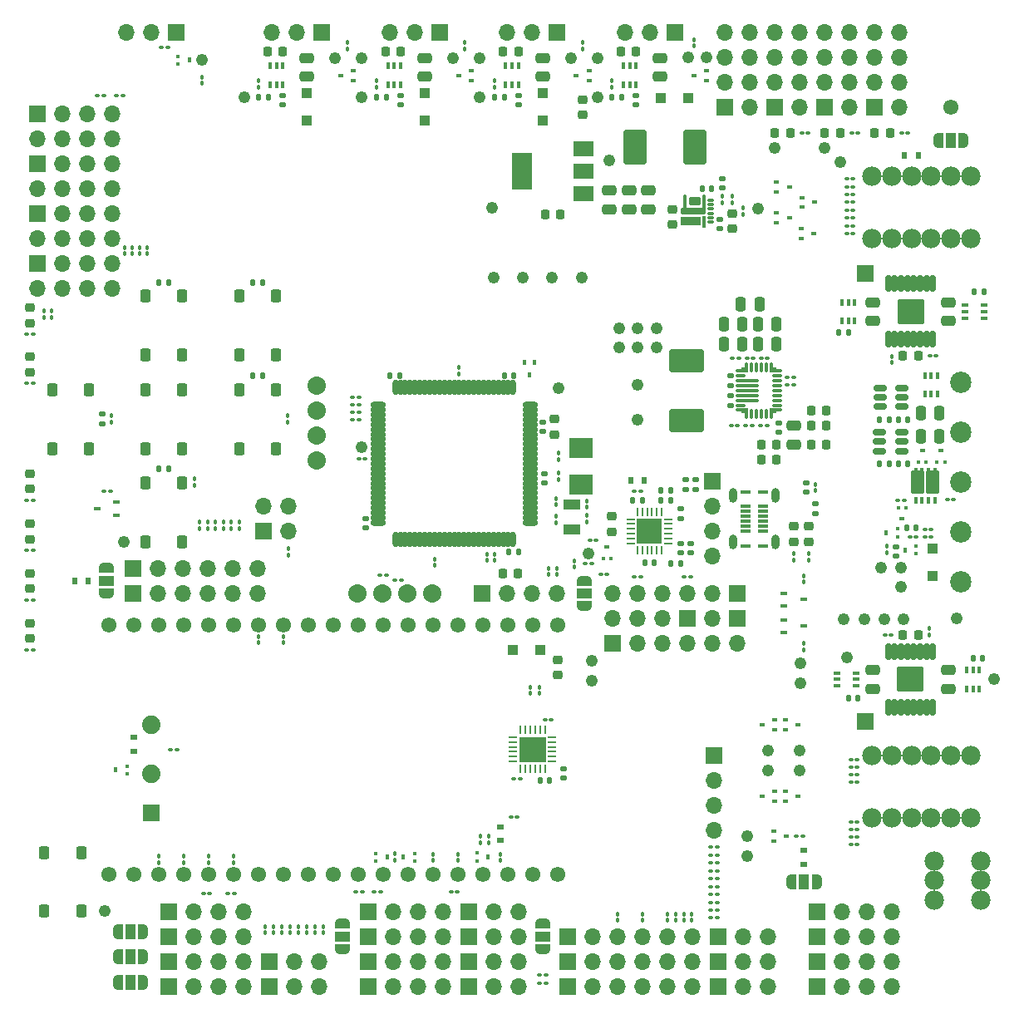
<source format=gts>
G04 #@! TF.GenerationSoftware,KiCad,Pcbnew,6.0.2+dfsg-1*
G04 #@! TF.CreationDate,2023-02-12T20:19:59+01:00*
G04 #@! TF.ProjectId,RBCX,52424358-2e6b-4696-9361-645f70636258,rev?*
G04 #@! TF.SameCoordinates,Original*
G04 #@! TF.FileFunction,Soldermask,Top*
G04 #@! TF.FilePolarity,Negative*
%FSLAX46Y46*%
G04 Gerber Fmt 4.6, Leading zero omitted, Abs format (unit mm)*
G04 Created by KiCad (PCBNEW 6.0.2+dfsg-1) date 2023-02-12 20:19:59*
%MOMM*%
%LPD*%
G01*
G04 APERTURE LIST*
G04 Aperture macros list*
%AMRoundRect*
0 Rectangle with rounded corners*
0 $1 Rounding radius*
0 $2 $3 $4 $5 $6 $7 $8 $9 X,Y pos of 4 corners*
0 Add a 4 corners polygon primitive as box body*
4,1,4,$2,$3,$4,$5,$6,$7,$8,$9,$2,$3,0*
0 Add four circle primitives for the rounded corners*
1,1,$1+$1,$2,$3*
1,1,$1+$1,$4,$5*
1,1,$1+$1,$6,$7*
1,1,$1+$1,$8,$9*
0 Add four rect primitives between the rounded corners*
20,1,$1+$1,$2,$3,$4,$5,0*
20,1,$1+$1,$4,$5,$6,$7,0*
20,1,$1+$1,$6,$7,$8,$9,0*
20,1,$1+$1,$8,$9,$2,$3,0*%
%AMFreePoly0*
4,1,22,0.550000,-0.750000,0.000000,-0.750000,0.000000,-0.745033,-0.079941,-0.743568,-0.215256,-0.701293,-0.333266,-0.622738,-0.424486,-0.514219,-0.481581,-0.384460,-0.499164,-0.250000,-0.500000,-0.250000,-0.500000,0.250000,-0.499164,0.250000,-0.499963,0.256109,-0.478152,0.396186,-0.417904,0.524511,-0.324060,0.630769,-0.204165,0.706417,-0.067858,0.745374,0.000000,0.744959,0.000000,0.750000,
0.550000,0.750000,0.550000,-0.750000,0.550000,-0.750000,$1*%
%AMFreePoly1*
4,1,20,0.000000,0.744959,0.073905,0.744508,0.209726,0.703889,0.328688,0.626782,0.421226,0.519385,0.479903,0.390333,0.500000,0.250000,0.500000,-0.250000,0.499851,-0.262216,0.476331,-0.402017,0.414519,-0.529596,0.319384,-0.634700,0.198574,-0.708877,0.061801,-0.746166,0.000000,-0.745033,0.000000,-0.750000,-0.550000,-0.750000,-0.550000,0.750000,0.000000,0.750000,0.000000,0.744959,
0.000000,0.744959,$1*%
G04 Aperture macros list end*
%ADD10RoundRect,0.135000X0.135000X0.185000X-0.135000X0.185000X-0.135000X-0.185000X0.135000X-0.185000X0*%
%ADD11RoundRect,0.250000X0.250000X0.475000X-0.250000X0.475000X-0.250000X-0.475000X0.250000X-0.475000X0*%
%ADD12R,0.510000X0.400000*%
%ADD13R,0.700000X0.450000*%
%ADD14RoundRect,0.225000X0.225000X0.250000X-0.225000X0.250000X-0.225000X-0.250000X0.225000X-0.250000X0*%
%ADD15C,1.240800*%
%ADD16RoundRect,0.100000X-0.130000X-0.100000X0.130000X-0.100000X0.130000X0.100000X-0.130000X0.100000X0*%
%ADD17RoundRect,0.100000X0.100000X-0.130000X0.100000X0.130000X-0.100000X0.130000X-0.100000X-0.130000X0*%
%ADD18RoundRect,0.135000X-0.135000X-0.185000X0.135000X-0.185000X0.135000X0.185000X-0.135000X0.185000X0*%
%ADD19RoundRect,0.008333X0.291667X-0.116667X0.291667X0.116667X-0.291667X0.116667X-0.291667X-0.116667X0*%
%ADD20RoundRect,0.008333X-0.291667X0.116667X-0.291667X-0.116667X0.291667X-0.116667X0.291667X0.116667X0*%
%ADD21RoundRect,0.007500X0.105000X-0.552500X0.105000X0.552500X-0.105000X0.552500X-0.105000X-0.552500X0*%
%ADD22RoundRect,0.029000X0.971000X-0.406000X0.971000X0.406000X-0.971000X0.406000X-0.971000X-0.406000X0*%
%ADD23RoundRect,0.007500X0.105000X-0.932500X0.105000X0.932500X-0.105000X0.932500X-0.105000X-0.932500X0*%
%ADD24RoundRect,0.018500X1.206500X-0.259000X1.206500X0.259000X-1.206500X0.259000X-1.206500X-0.259000X0*%
%ADD25RoundRect,0.008333X0.116667X-0.931667X0.116667X0.931667X-0.116667X0.931667X-0.116667X-0.931667X0*%
%ADD26RoundRect,0.025833X0.549167X-0.361667X0.549167X0.361667X-0.549167X0.361667X-0.549167X-0.361667X0*%
%ADD27RoundRect,0.100000X-0.100000X0.130000X-0.100000X-0.130000X0.100000X-0.130000X0.100000X0.130000X0*%
%ADD28RoundRect,0.100000X0.130000X0.100000X-0.130000X0.100000X-0.130000X-0.100000X0.130000X-0.100000X0*%
%ADD29RoundRect,0.140000X0.170000X-0.140000X0.170000X0.140000X-0.170000X0.140000X-0.170000X-0.140000X0*%
%ADD30R,0.450000X0.400000*%
%ADD31R,0.450000X0.500000*%
%ADD32RoundRect,0.140000X0.140000X0.170000X-0.140000X0.170000X-0.140000X-0.170000X0.140000X-0.170000X0*%
%ADD33RoundRect,0.140000X-0.140000X-0.170000X0.140000X-0.170000X0.140000X0.170000X-0.140000X0.170000X0*%
%ADD34RoundRect,0.135000X-0.185000X0.135000X-0.185000X-0.135000X0.185000X-0.135000X0.185000X0.135000X0*%
%ADD35RoundRect,0.227400X-0.300000X0.425000X-0.300000X-0.425000X0.300000X-0.425000X0.300000X0.425000X0*%
%ADD36RoundRect,0.135000X0.185000X-0.135000X0.185000X0.135000X-0.185000X0.135000X-0.185000X-0.135000X0*%
%ADD37RoundRect,0.031008X-0.168992X0.268992X-0.168992X-0.268992X0.168992X-0.268992X0.168992X0.268992X0*%
%ADD38RoundRect,0.050000X-0.595000X1.125000X-0.595000X-1.125000X0.595000X-1.125000X0.595000X1.125000X0*%
%ADD39RoundRect,0.225000X-0.250000X0.225000X-0.250000X-0.225000X0.250000X-0.225000X0.250000X0.225000X0*%
%ADD40R,0.400000X0.650000*%
%ADD41FreePoly0,0.000000*%
%ADD42R,1.000000X1.500000*%
%ADD43FreePoly1,0.000000*%
%ADD44RoundRect,0.250000X0.475000X-0.250000X0.475000X0.250000X-0.475000X0.250000X-0.475000X-0.250000X0*%
%ADD45RoundRect,0.140000X-0.170000X0.140000X-0.170000X-0.140000X0.170000X-0.140000X0.170000X0.140000X0*%
%ADD46RoundRect,0.250000X-0.250000X-0.475000X0.250000X-0.475000X0.250000X0.475000X-0.250000X0.475000X0*%
%ADD47RoundRect,0.218750X0.256250X-0.218750X0.256250X0.218750X-0.256250X0.218750X-0.256250X-0.218750X0*%
%ADD48R,0.650000X0.400000*%
%ADD49RoundRect,0.225000X-0.225000X-0.250000X0.225000X-0.250000X0.225000X0.250000X-0.225000X0.250000X0*%
%ADD50R,2.000000X1.500000*%
%ADD51R,2.000000X3.800000*%
%ADD52C,1.864800*%
%ADD53R,0.700000X0.600000*%
%ADD54R,0.400000X0.450000*%
%ADD55R,0.500000X0.450000*%
%ADD56RoundRect,0.062500X-0.350000X-0.062500X0.350000X-0.062500X0.350000X0.062500X-0.350000X0.062500X0*%
%ADD57RoundRect,0.062500X-0.062500X-0.350000X0.062500X-0.350000X0.062500X0.350000X-0.062500X0.350000X0*%
%ADD58R,2.600000X2.600000*%
%ADD59R,1.100000X1.100000*%
%ADD60RoundRect,0.218750X0.218750X0.256250X-0.218750X0.256250X-0.218750X-0.256250X0.218750X-0.256250X0*%
%ADD61R,1.800000X1.000000*%
%ADD62RoundRect,0.249900X-0.097500X0.587500X-0.097500X-0.587500X0.097500X-0.587500X0.097500X0.587500X0*%
%ADD63RoundRect,0.249900X0.097500X-0.587500X0.097500X0.587500X-0.097500X0.587500X-0.097500X-0.587500X0*%
%ADD64RoundRect,0.267900X1.114500X-1.039500X1.114500X1.039500X-1.114500X1.039500X-1.114500X-1.039500X0*%
%ADD65RoundRect,0.218750X-0.256250X0.218750X-0.256250X-0.218750X0.256250X-0.218750X0.256250X0.218750X0*%
%ADD66RoundRect,0.250000X-0.475000X0.250000X-0.475000X-0.250000X0.475000X-0.250000X0.475000X0.250000X0*%
%ADD67RoundRect,0.150000X0.512500X0.150000X-0.512500X0.150000X-0.512500X-0.150000X0.512500X-0.150000X0*%
%ADD68RoundRect,0.225000X0.250000X-0.225000X0.250000X0.225000X-0.250000X0.225000X-0.250000X-0.225000X0*%
%ADD69R,0.600000X0.700000*%
%ADD70R,1.700000X1.700000*%
%ADD71RoundRect,0.267900X-1.114500X1.039500X-1.114500X-1.039500X1.114500X-1.039500X1.114500X1.039500X0*%
%ADD72O,0.850000X1.500000*%
%ADD73RoundRect,0.010000X0.440000X0.140000X-0.440000X0.140000X-0.440000X-0.140000X0.440000X-0.140000X0*%
%ADD74FreePoly0,90.000000*%
%ADD75R,1.500000X1.000000*%
%ADD76FreePoly1,90.000000*%
%ADD77RoundRect,0.200000X-0.975000X-1.550000X0.975000X-1.550000X0.975000X1.550000X-0.975000X1.550000X0*%
%ADD78FreePoly0,180.000000*%
%ADD79FreePoly1,180.000000*%
%ADD80RoundRect,0.150000X-0.512500X-0.150000X0.512500X-0.150000X0.512500X0.150000X-0.512500X0.150000X0*%
%ADD81R,0.400000X0.510000*%
%ADD82FreePoly0,270.000000*%
%ADD83FreePoly1,270.000000*%
%ADD84C,1.552800*%
%ADD85RoundRect,0.016404X0.433596X0.108596X-0.433596X0.108596X-0.433596X-0.108596X0.433596X-0.108596X0*%
%ADD86RoundRect,0.027887X-0.309613X-0.184613X0.309613X-0.184613X0.309613X0.184613X-0.309613X0.184613X0*%
%ADD87RoundRect,0.016404X-0.108596X0.433596X-0.108596X-0.433596X0.108596X-0.433596X0.108596X0.433596X0*%
%ADD88RoundRect,0.016404X1.133596X0.108596X-1.133596X0.108596X-1.133596X-0.108596X1.133596X-0.108596X0*%
%ADD89RoundRect,0.062500X-0.337500X-0.062500X0.337500X-0.062500X0.337500X0.062500X-0.337500X0.062500X0*%
%ADD90RoundRect,0.062500X-0.062500X-0.337500X0.062500X-0.337500X0.062500X0.337500X-0.062500X0.337500X0*%
%ADD91R,2.700000X2.600000*%
%ADD92RoundRect,0.200000X-1.550000X0.975000X-1.550000X-0.975000X1.550000X-0.975000X1.550000X0.975000X0*%
%ADD93RoundRect,0.231900X-0.520500X-0.070500X0.520500X-0.070500X0.520500X0.070500X-0.520500X0.070500X0*%
%ADD94RoundRect,0.231900X0.070500X-0.520500X0.070500X0.520500X-0.070500X0.520500X-0.070500X-0.520500X0*%
%ADD95RoundRect,0.231900X0.520500X0.070500X-0.520500X0.070500X-0.520500X-0.070500X0.520500X-0.070500X0*%
%ADD96RoundRect,0.231900X-0.070500X0.520500X-0.070500X-0.520500X0.070500X-0.520500X0.070500X0.520500X0*%
%ADD97RoundRect,0.227400X0.300000X-0.425000X0.300000X0.425000X-0.300000X0.425000X-0.300000X-0.425000X0*%
%ADD98R,2.400000X2.000000*%
%ADD99O,1.700000X1.700000*%
%ADD100C,1.981200*%
%ADD101C,2.167128*%
%ADD102C,1.889760*%
G04 APERTURE END LIST*
D10*
G04 #@! TO.C,C14*
X120485000Y-73450000D03*
X119465000Y-73450000D03*
G04 #@! TD*
D11*
G04 #@! TO.C,C70*
X172835000Y-77715000D03*
X170935000Y-77715000D03*
G04 #@! TD*
D12*
G04 #@! TO.C,D11*
X173755000Y-125300000D03*
X173755000Y-126300000D03*
X175045000Y-125800000D03*
G04 #@! TD*
D13*
G04 #@! TO.C,U3*
X105625000Y-97145000D03*
X105625000Y-95845000D03*
X103625000Y-96495000D03*
G04 #@! TD*
D14*
G04 #@! TO.C,C52*
X122550000Y-49900000D03*
X121000000Y-49900000D03*
G04 #@! TD*
D15*
G04 #@! TO.C,TP8*
X172685000Y-59785000D03*
G04 #@! TD*
D16*
G04 #@! TO.C,R130*
X166165000Y-133400000D03*
X166805000Y-133400000D03*
G04 #@! TD*
D17*
G04 #@! TO.C,R80*
X149640000Y-103220000D03*
X149640000Y-102580000D03*
G04 #@! TD*
D18*
G04 #@! TO.C,C55*
X132090000Y-54550000D03*
X133110000Y-54550000D03*
G04 #@! TD*
D19*
G04 #@! TO.C,U1*
X166100000Y-65075000D03*
X166100000Y-65525000D03*
X166100000Y-65975000D03*
X166100000Y-66425000D03*
D20*
X166100000Y-66875000D03*
D19*
X166100000Y-67325000D03*
D21*
X165437500Y-67290000D03*
D22*
X164100000Y-67165000D03*
D23*
X165437500Y-65490000D03*
D24*
X164325000Y-66152500D03*
D25*
X163500000Y-65490000D03*
D26*
X164500000Y-65187500D03*
G04 #@! TD*
D27*
G04 #@! TO.C,R22*
X161725000Y-137780000D03*
X161725000Y-138420000D03*
G04 #@! TD*
D28*
G04 #@! TO.C,R106*
X181070000Y-129965000D03*
X180430000Y-129965000D03*
G04 #@! TD*
D29*
G04 #@! TO.C,C46*
X146550000Y-55390000D03*
X146550000Y-54430000D03*
G04 #@! TD*
G04 #@! TO.C,C15*
X149180000Y-93885000D03*
X149180000Y-92925000D03*
G04 #@! TD*
D14*
G04 #@! TO.C,C56*
X134550000Y-49900000D03*
X133000000Y-49900000D03*
G04 #@! TD*
D16*
G04 #@! TO.C,R165*
X187940000Y-98580000D03*
X188580000Y-98580000D03*
G04 #@! TD*
D30*
G04 #@! TO.C,Q3*
X142330000Y-131595000D03*
X142330000Y-132395000D03*
D31*
X143480000Y-131995000D03*
G04 #@! TD*
D32*
G04 #@! TO.C,C23*
X149710000Y-124160000D03*
X148750000Y-124160000D03*
G04 #@! TD*
D33*
G04 #@! TO.C,C35*
X179190000Y-78540000D03*
X180150000Y-78540000D03*
G04 #@! TD*
D27*
G04 #@! TO.C,R171*
X184095000Y-100325000D03*
X184095000Y-100965000D03*
G04 #@! TD*
D28*
G04 #@! TO.C,R48*
X155580000Y-103195000D03*
X154940000Y-103195000D03*
G04 #@! TD*
D15*
G04 #@! TO.C,TP21*
X153000000Y-73000000D03*
G04 #@! TD*
D27*
G04 #@! TO.C,C27*
X150625000Y-92880000D03*
X150625000Y-93520000D03*
G04 #@! TD*
D34*
G04 #@! TO.C,R146*
X163565000Y-93565000D03*
X163565000Y-94585000D03*
G04 #@! TD*
D35*
G04 #@! TO.C,SW11*
X102004450Y-137521950D03*
X102004450Y-131521950D03*
X98254450Y-131521950D03*
X98254450Y-137521950D03*
G04 #@! TD*
D36*
G04 #@! TO.C,R155*
X176780000Y-97020000D03*
X176780000Y-96000000D03*
G04 #@! TD*
D12*
G04 #@! TO.C,D12*
X172645000Y-119000000D03*
X172645000Y-118000000D03*
X171355000Y-118500000D03*
G04 #@! TD*
D37*
G04 #@! TO.C,Q12*
X187025000Y-95625000D03*
X187675000Y-95625000D03*
X187675000Y-92675000D03*
X187025000Y-92675000D03*
D38*
X187230000Y-93800000D03*
D37*
X188325000Y-95625000D03*
X188975000Y-95625000D03*
X188975000Y-92675000D03*
X188325000Y-92675000D03*
D38*
X188770000Y-93800000D03*
G04 #@! TD*
D28*
G04 #@! TO.C,R94*
X180620000Y-66900000D03*
X179980000Y-66900000D03*
G04 #@! TD*
D39*
G04 #@! TO.C,C77*
X156080000Y-97285000D03*
X156080000Y-98835000D03*
G04 #@! TD*
D40*
G04 #@! TO.C,Q13*
X189250000Y-82950000D03*
X188600000Y-82950000D03*
X187950000Y-82950000D03*
X187950000Y-84850000D03*
X188600000Y-84850000D03*
X189250000Y-84850000D03*
G04 #@! TD*
D28*
G04 #@! TO.C,R13*
X97100000Y-83730000D03*
X96460000Y-83730000D03*
G04 #@! TD*
G04 #@! TO.C,R61*
X97100000Y-100733000D03*
X96460000Y-100733000D03*
G04 #@! TD*
G04 #@! TO.C,R76*
X153995000Y-102110000D03*
X153355000Y-102110000D03*
G04 #@! TD*
D29*
G04 #@! TO.C,R152*
X163100000Y-100980000D03*
X163100000Y-100020000D03*
G04 #@! TD*
D15*
G04 #@! TO.C,TP39*
X163870000Y-50570000D03*
G04 #@! TD*
D41*
G04 #@! TO.C,JP3*
X105725000Y-144790000D03*
D42*
X107025000Y-144790000D03*
D43*
X108325000Y-144790000D03*
G04 #@! TD*
D15*
G04 #@! TO.C,TP29*
X158715000Y-87465000D03*
G04 #@! TD*
D16*
G04 #@! TO.C,R100*
X180425000Y-122095000D03*
X181065000Y-122095000D03*
G04 #@! TD*
D28*
G04 #@! TO.C,R92*
X180620000Y-63700000D03*
X179980000Y-63700000D03*
G04 #@! TD*
G04 #@! TO.C,R41*
X110850000Y-49535000D03*
X110210000Y-49535000D03*
G04 #@! TD*
D27*
G04 #@! TO.C,R112*
X164400000Y-48715000D03*
X164400000Y-49355000D03*
G04 #@! TD*
D15*
G04 #@! TO.C,TP33*
X175195000Y-123135000D03*
G04 #@! TD*
D17*
G04 #@! TO.C,R9*
X168300000Y-65320000D03*
X168300000Y-64680000D03*
G04 #@! TD*
D15*
G04 #@! TO.C,TP32*
X175195000Y-121135000D03*
G04 #@! TD*
D17*
G04 #@! TO.C,R99*
X175595000Y-110875000D03*
X175595000Y-110235000D03*
G04 #@! TD*
D36*
G04 #@! TO.C,R145*
X164575000Y-94580000D03*
X164575000Y-93560000D03*
G04 #@! TD*
D28*
G04 #@! TO.C,R58*
X97100000Y-95650000D03*
X96460000Y-95650000D03*
G04 #@! TD*
G04 #@! TO.C,R101*
X181070000Y-124360000D03*
X180430000Y-124360000D03*
G04 #@! TD*
D27*
G04 #@! TO.C,R35*
X143500000Y-129880000D03*
X143500000Y-130520000D03*
G04 #@! TD*
D44*
G04 #@! TO.C,R96*
X190340000Y-77380000D03*
X190340000Y-75480000D03*
G04 #@! TD*
D28*
G04 #@! TO.C,R29*
X132520000Y-135500000D03*
X131880000Y-135500000D03*
G04 #@! TD*
D15*
G04 #@! TO.C,PWM2B*
X156806250Y-78163525D03*
G04 #@! TD*
D16*
G04 #@! TO.C,R88*
X179980000Y-62900000D03*
X180620000Y-62900000D03*
G04 #@! TD*
D28*
G04 #@! TO.C,R95*
X180620000Y-67700000D03*
X179980000Y-67700000D03*
G04 #@! TD*
D16*
G04 #@! TO.C,R131*
X166165000Y-132600000D03*
X166805000Y-132600000D03*
G04 #@! TD*
D33*
G04 #@! TO.C,C39*
X180200000Y-115810000D03*
X181160000Y-115810000D03*
G04 #@! TD*
D32*
G04 #@! TO.C,R161*
X184320000Y-87425000D03*
X183360000Y-87425000D03*
G04 #@! TD*
G04 #@! TO.C,C19*
X146105000Y-82940000D03*
X145145000Y-82940000D03*
G04 #@! TD*
D45*
G04 #@! TO.C,C67*
X168130000Y-82975000D03*
X168130000Y-83935000D03*
G04 #@! TD*
D15*
G04 #@! TO.C,TP44*
X118600000Y-54550000D03*
G04 #@! TD*
D46*
G04 #@! TO.C,C69*
X167465000Y-77720000D03*
X169365000Y-77720000D03*
G04 #@! TD*
D47*
G04 #@! TO.C,D43*
X176105000Y-99852000D03*
X176105000Y-98277000D03*
G04 #@! TD*
D34*
G04 #@! TO.C,C11*
X104150000Y-86865000D03*
X104150000Y-87885000D03*
G04 #@! TD*
D48*
G04 #@! TO.C,U6*
X193970000Y-77080000D03*
X193970000Y-76430000D03*
X193970000Y-75780000D03*
X192070000Y-75780000D03*
X192070000Y-76430000D03*
X192070000Y-77080000D03*
G04 #@! TD*
D49*
G04 #@! TO.C,C60*
X176365000Y-86515000D03*
X177915000Y-86515000D03*
G04 #@! TD*
D14*
G04 #@! TO.C,C48*
X146550000Y-49900000D03*
X145000000Y-49900000D03*
G04 #@! TD*
D30*
G04 #@! TO.C,Q11*
X187080000Y-101105000D03*
X187080000Y-100305000D03*
D31*
X185930000Y-100705000D03*
G04 #@! TD*
D50*
G04 #@! TO.C,U2*
X153215000Y-64430000D03*
D51*
X146915000Y-62130000D03*
D50*
X153215000Y-62130000D03*
X153215000Y-59830000D03*
G04 #@! TD*
D16*
G04 #@! TO.C,R102*
X180430000Y-130720000D03*
X181070000Y-130720000D03*
G04 #@! TD*
G04 #@! TO.C,R3*
X129670000Y-85910000D03*
X130310000Y-85910000D03*
G04 #@! TD*
D28*
G04 #@! TO.C,R148*
X169015000Y-81145000D03*
X168375000Y-81145000D03*
G04 #@! TD*
D15*
G04 #@! TO.C,IN4_A*
X183795000Y-107755000D03*
G04 #@! TD*
D35*
G04 #@! TO.C,SW9*
X121848200Y-74848200D03*
X121848200Y-80848200D03*
X118098200Y-80848200D03*
X118098200Y-74848200D03*
G04 #@! TD*
D18*
G04 #@! TO.C,C43*
X156090000Y-54550000D03*
X157110000Y-54550000D03*
G04 #@! TD*
D28*
G04 #@! TO.C,R42*
X166805000Y-137395000D03*
X166165000Y-137395000D03*
G04 #@! TD*
D45*
G04 #@! TO.C,C3*
X167350000Y-62870000D03*
X167350000Y-63830000D03*
G04 #@! TD*
D15*
G04 #@! TO.C,IN4A*
X175300000Y-112260000D03*
G04 #@! TD*
D27*
G04 #@! TO.C,R62*
X138015000Y-101640000D03*
X138015000Y-102280000D03*
G04 #@! TD*
D16*
G04 #@! TO.C,C38*
X183890000Y-109400000D03*
X184530000Y-109400000D03*
G04 #@! TD*
D17*
G04 #@! TO.C,R10*
X167350000Y-65320000D03*
X167350000Y-64680000D03*
G04 #@! TD*
D33*
G04 #@! TO.C,C83*
X183360000Y-91935000D03*
X184320000Y-91935000D03*
G04 #@! TD*
D52*
G04 #@! TO.C,IM2*
X137755000Y-105155000D03*
X135215000Y-105155000D03*
X132675000Y-105155000D03*
X130135000Y-105155000D03*
G04 #@! TD*
D27*
G04 #@! TO.C,R25*
X124985000Y-139080000D03*
X124985000Y-139720000D03*
G04 #@! TD*
G04 #@! TO.C,R119*
X132090000Y-52900000D03*
X132090000Y-53540000D03*
G04 #@! TD*
D53*
G04 #@! TO.C,D9*
X175650000Y-131307500D03*
X175650000Y-132707500D03*
G04 #@! TD*
D17*
G04 #@! TO.C,R170*
X150405000Y-96115000D03*
X150405000Y-95475000D03*
G04 #@! TD*
D54*
G04 #@! TO.C,Q9*
X187285000Y-91740000D03*
X188085000Y-91740000D03*
D55*
X187685000Y-90590000D03*
G04 #@! TD*
D15*
G04 #@! TO.C,TP40*
X165715000Y-50565000D03*
G04 #@! TD*
D54*
G04 #@! TO.C,Q7*
X186050000Y-96395000D03*
X185250000Y-96395000D03*
D55*
X185650000Y-97545000D03*
G04 #@! TD*
D27*
G04 #@! TO.C,R38*
X144710000Y-131690000D03*
X144710000Y-132330000D03*
G04 #@! TD*
D46*
G04 #@! TO.C,R150*
X169200000Y-75700000D03*
X171100000Y-75700000D03*
G04 #@! TD*
D29*
G04 #@! TO.C,C73*
X175905000Y-94805000D03*
X175905000Y-93845000D03*
G04 #@! TD*
D28*
G04 #@! TO.C,R104*
X181070000Y-122850000D03*
X180430000Y-122850000D03*
G04 #@! TD*
D27*
G04 #@! TO.C,R34*
X122430000Y-139080000D03*
X122430000Y-139720000D03*
G04 #@! TD*
G04 #@! TO.C,R27*
X126675000Y-139080000D03*
X126675000Y-139720000D03*
G04 #@! TD*
D56*
G04 #@! TO.C,U22*
X157972500Y-97565000D03*
X157972500Y-98065000D03*
X157972500Y-98565000D03*
X157972500Y-99065000D03*
X157972500Y-99565000D03*
X157972500Y-100065000D03*
D57*
X158660000Y-100752500D03*
X159160000Y-100752500D03*
X159660000Y-100752500D03*
X160160000Y-100752500D03*
X160660000Y-100752500D03*
X161160000Y-100752500D03*
D56*
X161847500Y-100065000D03*
X161847500Y-99565000D03*
X161847500Y-99065000D03*
X161847500Y-98565000D03*
X161847500Y-98065000D03*
X161847500Y-97565000D03*
D57*
X161160000Y-96877500D03*
X160660000Y-96877500D03*
X160160000Y-96877500D03*
X159660000Y-96877500D03*
X159160000Y-96877500D03*
X158660000Y-96877500D03*
D58*
X159910000Y-98815000D03*
G04 #@! TD*
D40*
G04 #@! TO.C,U16*
X121250000Y-53280000D03*
X121900000Y-53280000D03*
X122550000Y-53280000D03*
X122550000Y-51380000D03*
X121900000Y-51380000D03*
X121250000Y-51380000D03*
G04 #@! TD*
D15*
G04 #@! TO.C,TP24*
X169900000Y-131890000D03*
G04 #@! TD*
D17*
G04 #@! TO.C,R70*
X108755000Y-70545000D03*
X108755000Y-69905000D03*
G04 #@! TD*
D27*
G04 #@! TO.C,R169*
X150405000Y-97280000D03*
X150405000Y-97920000D03*
G04 #@! TD*
D15*
G04 #@! TO.C,PWM3A*
X179695000Y-107755000D03*
G04 #@! TD*
D59*
G04 #@! TO.C,D22*
X148787500Y-110870000D03*
X145987500Y-110870000D03*
G04 #@! TD*
D16*
G04 #@! TO.C,R30*
X145780000Y-127900000D03*
X146420000Y-127900000D03*
G04 #@! TD*
D12*
G04 #@! TO.C,D17*
X153745000Y-52865000D03*
X153745000Y-51865000D03*
X152455000Y-52365000D03*
G04 #@! TD*
D40*
G04 #@! TO.C,U15*
X145250000Y-53280000D03*
X145900000Y-53280000D03*
X146550000Y-53280000D03*
X146550000Y-51380000D03*
X145900000Y-51380000D03*
X145250000Y-51380000D03*
G04 #@! TD*
D28*
G04 #@! TO.C,R89*
X180620000Y-65300000D03*
X179980000Y-65300000D03*
G04 #@! TD*
D17*
G04 #@! TO.C,R82*
X147800000Y-115320000D03*
X147800000Y-114680000D03*
G04 #@! TD*
D47*
G04 #@! TO.C,D31*
X96800000Y-77597500D03*
X96800000Y-76022500D03*
G04 #@! TD*
D53*
G04 #@! TO.C,D3*
X107400000Y-119800000D03*
X107400000Y-121200000D03*
G04 #@! TD*
D28*
G04 #@! TO.C,R164*
X190865000Y-95535000D03*
X190225000Y-95535000D03*
G04 #@! TD*
D60*
G04 #@! TO.C,D29*
X174257500Y-58250000D03*
X172682500Y-58250000D03*
G04 #@! TD*
D27*
G04 #@! TO.C,R69*
X113575000Y-93470000D03*
X113575000Y-94110000D03*
G04 #@! TD*
G04 #@! TO.C,R156*
X176780000Y-94005000D03*
X176780000Y-94645000D03*
G04 #@! TD*
D17*
G04 #@! TO.C,R73*
X107975000Y-70540000D03*
X107975000Y-69900000D03*
G04 #@! TD*
D35*
G04 #@! TO.C,SW8*
X112323200Y-93898200D03*
X112323200Y-99898200D03*
X108573200Y-93898200D03*
X108573200Y-99898200D03*
G04 #@! TD*
D40*
G04 #@! TO.C,U17*
X133250000Y-53280000D03*
X133900000Y-53280000D03*
X134550000Y-53280000D03*
X134550000Y-51380000D03*
X133900000Y-51380000D03*
X133250000Y-51380000D03*
G04 #@! TD*
D32*
G04 #@! TO.C,C84*
X186235000Y-87425000D03*
X185275000Y-87425000D03*
G04 #@! TD*
D15*
G04 #@! TO.C,TP56*
X183500000Y-102500000D03*
G04 #@! TD*
D27*
G04 #@! TO.C,R24*
X124135000Y-139080000D03*
X124135000Y-139720000D03*
G04 #@! TD*
D17*
G04 #@! TO.C,R136*
X112425000Y-132535000D03*
X112425000Y-131895000D03*
G04 #@! TD*
D15*
G04 #@! TO.C,IN4_B*
X185795000Y-107755000D03*
G04 #@! TD*
D61*
G04 #@! TO.C,Y2*
X151990000Y-96080000D03*
X151990000Y-98580000D03*
G04 #@! TD*
D62*
G04 #@! TO.C,IC4*
X184214450Y-116704450D03*
X184864450Y-116704450D03*
X185514450Y-116704450D03*
X186164450Y-116704450D03*
X186814450Y-116704450D03*
X187464450Y-116704450D03*
X188114450Y-116704450D03*
X188764450Y-116704450D03*
D63*
X188764450Y-111064450D03*
X188114450Y-111064450D03*
X187464450Y-111064450D03*
X186814450Y-111064450D03*
X186164450Y-111064450D03*
X185514450Y-111064450D03*
X184864450Y-111064450D03*
X184214450Y-111064450D03*
D64*
X186489450Y-113884450D03*
G04 #@! TD*
D30*
G04 #@! TO.C,Q5*
X106670000Y-123525000D03*
X106670000Y-122725000D03*
D31*
X105520000Y-123125000D03*
G04 #@! TD*
D12*
G04 #@! TO.C,D6*
X175410000Y-64800000D03*
X175410000Y-65800000D03*
X176700000Y-65300000D03*
G04 #@! TD*
D30*
G04 #@! TO.C,Q4*
X111890000Y-50420000D03*
X111890000Y-51220000D03*
D31*
X113040000Y-50820000D03*
G04 #@! TD*
D12*
G04 #@! TO.C,D19*
X129745000Y-52865000D03*
X129745000Y-51865000D03*
X128455000Y-52365000D03*
G04 #@! TD*
D15*
G04 #@! TO.C,TP38*
X154600000Y-54550000D03*
G04 #@! TD*
D33*
G04 #@! TO.C,C81*
X159430000Y-101965000D03*
X160390000Y-101965000D03*
G04 #@! TD*
D15*
G04 #@! TO.C,TP41*
X142600000Y-54550000D03*
G04 #@! TD*
D59*
G04 #@! TO.C,D16*
X149000000Y-54170000D03*
X149000000Y-56970000D03*
G04 #@! TD*
D15*
G04 #@! TO.C,TP58*
X150600000Y-84200000D03*
G04 #@! TD*
D65*
G04 #@! TO.C,D36*
X96795000Y-98017500D03*
X96795000Y-99592500D03*
G04 #@! TD*
D15*
G04 #@! TO.C,TP34*
X172000000Y-121145000D03*
G04 #@! TD*
D27*
G04 #@! TO.C,R113*
X144090000Y-52900000D03*
X144090000Y-53540000D03*
G04 #@! TD*
D16*
G04 #@! TO.C,R126*
X166165000Y-135000000D03*
X166805000Y-135000000D03*
G04 #@! TD*
D15*
G04 #@! TO.C,TP50*
X104400000Y-137500000D03*
G04 #@! TD*
D16*
G04 #@! TO.C,R6*
X129670000Y-86665000D03*
X130310000Y-86665000D03*
G04 #@! TD*
D15*
G04 #@! TO.C,TP55*
X185500000Y-104500000D03*
G04 #@! TD*
G04 #@! TO.C,TP1*
X191200000Y-107700000D03*
G04 #@! TD*
D16*
G04 #@! TO.C,R151*
X173945000Y-83090000D03*
X174585000Y-83090000D03*
G04 #@! TD*
D17*
G04 #@! TO.C,C37*
X188370000Y-109330000D03*
X188370000Y-108690000D03*
G04 #@! TD*
D27*
G04 #@! TO.C,R39*
X125835000Y-139080000D03*
X125835000Y-139720000D03*
G04 #@! TD*
D18*
G04 #@! TO.C,C51*
X120090000Y-54550000D03*
X121110000Y-54550000D03*
G04 #@! TD*
D47*
G04 #@! TO.C,D41*
X174595000Y-99852500D03*
X174595000Y-98277500D03*
G04 #@! TD*
D16*
G04 #@! TO.C,R149*
X171290000Y-81150000D03*
X171930000Y-81150000D03*
G04 #@! TD*
D15*
G04 #@! TO.C,TP9*
X114350000Y-50815000D03*
G04 #@! TD*
D66*
G04 #@! TO.C,C5*
X155800000Y-64100000D03*
X155800000Y-66000000D03*
G04 #@! TD*
D28*
G04 #@! TO.C,R65*
X97100000Y-105816000D03*
X96460000Y-105816000D03*
G04 #@! TD*
D15*
G04 #@! TO.C,PWM3B*
X181795000Y-107755000D03*
G04 #@! TD*
D54*
G04 #@! TO.C,Q10*
X189185000Y-91740000D03*
X189985000Y-91740000D03*
D55*
X189585000Y-90590000D03*
G04 #@! TD*
D15*
G04 #@! TO.C,TP51*
X154000000Y-112000000D03*
G04 #@! TD*
D67*
G04 #@! TO.C,U19*
X185642500Y-86105000D03*
X185642500Y-85155000D03*
X185642500Y-84205000D03*
X183367500Y-84205000D03*
X183367500Y-85155000D03*
X183367500Y-86105000D03*
G04 #@! TD*
D29*
G04 #@! TO.C,C59*
X168130000Y-85965000D03*
X168130000Y-85005000D03*
G04 #@! TD*
D27*
G04 #@! TO.C,R54*
X114100000Y-97875000D03*
X114100000Y-98515000D03*
G04 #@! TD*
D16*
G04 #@! TO.C,R77*
X153825000Y-99695000D03*
X154465000Y-99695000D03*
G04 #@! TD*
D28*
G04 #@! TO.C,R79*
X130935000Y-91425000D03*
X130295000Y-91425000D03*
G04 #@! TD*
D17*
G04 #@! TO.C,R31*
X142700000Y-130520000D03*
X142700000Y-129880000D03*
G04 #@! TD*
D46*
G04 #@! TO.C,C68*
X167465000Y-79745000D03*
X169365000Y-79745000D03*
G04 #@! TD*
D18*
G04 #@! TO.C,C47*
X144090000Y-54550000D03*
X145110000Y-54550000D03*
G04 #@! TD*
D28*
G04 #@! TO.C,R142*
X175535000Y-129890000D03*
X174895000Y-129890000D03*
G04 #@! TD*
D36*
G04 #@! TO.C,R177*
X163060000Y-97535000D03*
X163060000Y-96515000D03*
G04 #@! TD*
D48*
G04 #@! TO.C,U12*
X179040000Y-113230000D03*
X179040000Y-113880000D03*
X179040000Y-114530000D03*
X180940000Y-114530000D03*
X180940000Y-113880000D03*
X180940000Y-113230000D03*
G04 #@! TD*
D27*
G04 #@! TO.C,R125*
X98200000Y-76380000D03*
X98200000Y-77020000D03*
G04 #@! TD*
D39*
G04 #@! TO.C,C57*
X150520000Y-111895000D03*
X150520000Y-113445000D03*
G04 #@! TD*
D45*
G04 #@! TO.C,C72*
X173050000Y-87755000D03*
X173050000Y-88715000D03*
G04 #@! TD*
D17*
G04 #@! TO.C,R141*
X137825000Y-132330000D03*
X137825000Y-131690000D03*
G04 #@! TD*
D66*
G04 #@! TO.C,R120*
X137000000Y-50605000D03*
X137000000Y-52505000D03*
G04 #@! TD*
D68*
G04 #@! TO.C,C8*
X153100000Y-56365000D03*
X153100000Y-54815000D03*
G04 #@! TD*
D15*
G04 #@! TO.C,TP49*
X142600000Y-50600000D03*
G04 #@! TD*
D69*
G04 #@! TO.C,D4*
X185900000Y-60500000D03*
X187300000Y-60500000D03*
G04 #@! TD*
D49*
G04 #@! TO.C,C36*
X185715000Y-109400000D03*
X187265000Y-109400000D03*
G04 #@! TD*
D15*
G04 #@! TO.C,MI3*
X179990000Y-111620000D03*
G04 #@! TD*
D70*
G04 #@! TO.C,J29*
X109180000Y-127455000D03*
G04 #@! TD*
D32*
G04 #@! TO.C,C40*
X193830000Y-111760000D03*
X192870000Y-111760000D03*
G04 #@! TD*
D27*
G04 #@! TO.C,R53*
X152215000Y-101825000D03*
X152215000Y-102465000D03*
G04 #@! TD*
D12*
G04 #@! TO.C,D23*
X172575000Y-129390000D03*
X172575000Y-130390000D03*
X173865000Y-129890000D03*
G04 #@! TD*
D59*
G04 #@! TO.C,D20*
X137000000Y-54170000D03*
X137000000Y-56970000D03*
G04 #@! TD*
D15*
G04 #@! TO.C,TP53*
X158715000Y-83880000D03*
G04 #@! TD*
D63*
G04 #@! TO.C,IC3*
X188775000Y-73599450D03*
X188125000Y-73599450D03*
X187475000Y-73599450D03*
X186825000Y-73599450D03*
X186175000Y-73599450D03*
X185525000Y-73599450D03*
X184875000Y-73599450D03*
X184225000Y-73599450D03*
D62*
X184225000Y-79239450D03*
X184875000Y-79239450D03*
X185525000Y-79239450D03*
X186175000Y-79239450D03*
X186825000Y-79239450D03*
X187475000Y-79239450D03*
X188125000Y-79239450D03*
X188775000Y-79239450D03*
D71*
X186500000Y-76419450D03*
G04 #@! TD*
D72*
G04 #@! TO.C,U21*
X172730000Y-95130000D03*
X168430000Y-99930000D03*
X172730000Y-99930000D03*
X168430000Y-95130000D03*
D73*
X169680000Y-100280000D03*
X169680000Y-98780000D03*
X169680000Y-98280000D03*
X169680000Y-97780000D03*
X169680000Y-97280000D03*
X169680000Y-96780000D03*
X169680000Y-96280000D03*
X169680000Y-94780000D03*
X171480000Y-94780000D03*
X171480000Y-96280000D03*
X171480000Y-96780000D03*
X171480000Y-97280000D03*
X171480000Y-97780000D03*
X171480000Y-98280000D03*
X171480000Y-98780000D03*
X171480000Y-100280000D03*
G04 #@! TD*
D15*
G04 #@! TO.C,TP13*
X179330000Y-61200000D03*
G04 #@! TD*
D12*
G04 #@! TO.C,D7*
X172855000Y-66400000D03*
X172855000Y-67400000D03*
X174145000Y-66900000D03*
G04 #@! TD*
D66*
G04 #@! TO.C,R109*
X190340000Y-112940000D03*
X190340000Y-114840000D03*
G04 #@! TD*
D28*
G04 #@! TO.C,C24*
X149895000Y-117970000D03*
X149255000Y-117970000D03*
G04 #@! TD*
D29*
G04 #@! TO.C,C22*
X151150000Y-123950000D03*
X151150000Y-122990000D03*
G04 #@! TD*
D16*
G04 #@! TO.C,R1*
X129670000Y-85150000D03*
X130310000Y-85150000D03*
G04 #@! TD*
D15*
G04 #@! TO.C,TP12*
X130615000Y-90265000D03*
G04 #@! TD*
D16*
G04 #@! TO.C,R168*
X185185000Y-95630000D03*
X185825000Y-95630000D03*
G04 #@! TD*
D27*
G04 #@! TO.C,R118*
X129100000Y-49010000D03*
X129100000Y-49650000D03*
G04 #@! TD*
D17*
G04 #@! TO.C,C28*
X153550000Y-97825000D03*
X153550000Y-97185000D03*
G04 #@! TD*
D60*
G04 #@! TO.C,D47*
X179337500Y-58250000D03*
X177762500Y-58250000D03*
G04 #@! TD*
D65*
G04 #@! TO.C,D40*
X96795000Y-108172500D03*
X96795000Y-109747500D03*
G04 #@! TD*
D27*
G04 #@! TO.C,R84*
X123145000Y-100585000D03*
X123145000Y-101225000D03*
G04 #@! TD*
D18*
G04 #@! TO.C,C80*
X161090000Y-95660000D03*
X162110000Y-95660000D03*
G04 #@! TD*
D32*
G04 #@! TO.C,C75*
X187040000Y-98470000D03*
X186080000Y-98470000D03*
G04 #@! TD*
D15*
G04 #@! TO.C,TP52*
X169900000Y-129890000D03*
G04 #@! TD*
D28*
G04 #@! TO.C,R91*
X180620000Y-68500000D03*
X179980000Y-68500000D03*
G04 #@! TD*
D16*
G04 #@! TO.C,R134*
X114475000Y-135740000D03*
X115115000Y-135740000D03*
G04 #@! TD*
G04 #@! TO.C,R19*
X129980000Y-135500000D03*
X130620000Y-135500000D03*
G04 #@! TD*
D27*
G04 #@! TO.C,R20*
X156650000Y-137780000D03*
X156650000Y-138420000D03*
G04 #@! TD*
D12*
G04 #@! TO.C,D13*
X172645000Y-126300000D03*
X172645000Y-125300000D03*
X171355000Y-125800000D03*
G04 #@! TD*
D74*
G04 #@! TO.C,JP5*
X104612500Y-105150000D03*
D75*
X104612500Y-103850000D03*
D76*
X104612500Y-102550000D03*
G04 #@! TD*
D77*
G04 #@! TO.C,L1*
X164500000Y-59700000D03*
X158450000Y-59700000D03*
G04 #@! TD*
D17*
G04 #@! TO.C,R28*
X134000000Y-132320000D03*
X134000000Y-131680000D03*
G04 #@! TD*
D78*
G04 #@! TO.C,JP7*
X191900000Y-59000000D03*
D42*
X190600000Y-59000000D03*
D79*
X189300000Y-59000000D03*
G04 #@! TD*
D16*
G04 #@! TO.C,R166*
X186435000Y-99355000D03*
X187075000Y-99355000D03*
G04 #@! TD*
G04 #@! TO.C,R135*
X116980000Y-135735000D03*
X117620000Y-135735000D03*
G04 #@! TD*
D27*
G04 #@! TO.C,R129*
X121580000Y-139080000D03*
X121580000Y-139720000D03*
G04 #@! TD*
D68*
G04 #@! TO.C,C2*
X162200000Y-67550000D03*
X162200000Y-66000000D03*
G04 #@! TD*
D12*
G04 #@! TO.C,D15*
X165745000Y-52865000D03*
X165745000Y-51865000D03*
X164455000Y-52365000D03*
G04 #@! TD*
D14*
G04 #@! TO.C,C44*
X158550000Y-49900000D03*
X157000000Y-49900000D03*
G04 #@! TD*
D66*
G04 #@! TO.C,R108*
X182660000Y-112940000D03*
X182660000Y-114840000D03*
G04 #@! TD*
D15*
G04 #@! TO.C,PWM1A*
X158711250Y-80068525D03*
G04 #@! TD*
D16*
G04 #@! TO.C,R5*
X129670000Y-87425000D03*
X130310000Y-87425000D03*
G04 #@! TD*
D17*
G04 #@! TO.C,R72*
X107215000Y-70540000D03*
X107215000Y-69900000D03*
G04 #@! TD*
D44*
G04 #@! TO.C,R97*
X182660000Y-77370000D03*
X182660000Y-75470000D03*
G04 #@! TD*
D15*
G04 #@! TO.C,TP28*
X175300000Y-114260000D03*
G04 #@! TD*
D40*
G04 #@! TO.C,U13*
X193510000Y-112940000D03*
X192860000Y-112940000D03*
X192210000Y-112940000D03*
X192210000Y-114840000D03*
X192860000Y-114840000D03*
X193510000Y-114840000D03*
G04 #@! TD*
D17*
G04 #@! TO.C,R153*
X176105000Y-101709500D03*
X176105000Y-101069500D03*
G04 #@! TD*
G04 #@! TO.C,R4*
X117505000Y-132540000D03*
X117505000Y-131900000D03*
G04 #@! TD*
D10*
G04 #@! TO.C,C12*
X110950000Y-73450000D03*
X109930000Y-73450000D03*
G04 #@! TD*
D15*
G04 #@! TO.C,TP47*
X130600000Y-54550000D03*
G04 #@! TD*
D12*
G04 #@! TO.C,D8*
X175355000Y-68000000D03*
X175355000Y-69000000D03*
X176645000Y-68500000D03*
G04 #@! TD*
D13*
G04 #@! TO.C,U10*
X173595000Y-107805000D03*
X173595000Y-109105000D03*
X175595000Y-108455000D03*
G04 #@! TD*
D35*
G04 #@! TO.C,SW6*
X112323200Y-74848200D03*
X112323200Y-80848200D03*
X108573200Y-74848200D03*
X108573200Y-80848200D03*
G04 #@! TD*
D16*
G04 #@! TO.C,R46*
X132470000Y-103295000D03*
X133110000Y-103295000D03*
G04 #@! TD*
D14*
G04 #@! TO.C,C31*
X187275000Y-80900000D03*
X185725000Y-80900000D03*
G04 #@! TD*
D15*
G04 #@! TO.C,TP35*
X172000000Y-123200000D03*
G04 #@! TD*
D46*
G04 #@! TO.C,R167*
X187535000Y-86785000D03*
X189435000Y-86785000D03*
G04 #@! TD*
D35*
G04 #@! TO.C,SW2*
X121848200Y-90373200D03*
X121848200Y-84373200D03*
X118098200Y-90373200D03*
X118098200Y-84373200D03*
G04 #@! TD*
D16*
G04 #@! TO.C,R133*
X166165000Y-131000000D03*
X166805000Y-131000000D03*
G04 #@! TD*
D27*
G04 #@! TO.C,R40*
X162600000Y-137780000D03*
X162600000Y-138420000D03*
G04 #@! TD*
D80*
G04 #@! TO.C,U20*
X183357500Y-88725000D03*
X183357500Y-89675000D03*
X183357500Y-90625000D03*
X185632500Y-90625000D03*
X185632500Y-89675000D03*
X185632500Y-88725000D03*
G04 #@! TD*
D53*
G04 #@! TO.C,D1*
X144710000Y-130305000D03*
X144710000Y-128905000D03*
G04 #@! TD*
D17*
G04 #@! TO.C,R2*
X109885000Y-132535000D03*
X109885000Y-131895000D03*
G04 #@! TD*
D39*
G04 #@! TO.C,C26*
X150255000Y-87400000D03*
X150255000Y-88950000D03*
G04 #@! TD*
D15*
G04 #@! TO.C,MI2*
X160616250Y-78163525D03*
G04 #@! TD*
G04 #@! TO.C,PWM1B*
X156805000Y-80070000D03*
G04 #@! TD*
D28*
G04 #@! TO.C,R163*
X188580000Y-99360000D03*
X187940000Y-99360000D03*
G04 #@! TD*
D16*
G04 #@! TO.C,R144*
X168230000Y-88005000D03*
X168870000Y-88005000D03*
G04 #@! TD*
D32*
G04 #@! TO.C,C18*
X134455000Y-82940000D03*
X133495000Y-82940000D03*
G04 #@! TD*
D28*
G04 #@! TO.C,R105*
X181070000Y-123605000D03*
X180430000Y-123605000D03*
G04 #@! TD*
G04 #@! TO.C,R103*
X181065000Y-128455000D03*
X180425000Y-128455000D03*
G04 #@! TD*
D17*
G04 #@! TO.C,R57*
X123055000Y-87695000D03*
X123055000Y-87055000D03*
G04 #@! TD*
D27*
G04 #@! TO.C,C30*
X153550000Y-95715000D03*
X153550000Y-96355000D03*
G04 #@! TD*
D28*
G04 #@! TO.C,R16*
X97100000Y-78740000D03*
X96460000Y-78740000D03*
G04 #@! TD*
D15*
G04 #@! TO.C,MI1*
X160616250Y-80068525D03*
G04 #@! TD*
D81*
G04 #@! TO.C,D24*
X148155000Y-81605000D03*
X147155000Y-81605000D03*
X147655000Y-82895000D03*
G04 #@! TD*
D82*
G04 #@! TO.C,JP2*
X128660000Y-138780000D03*
D75*
X128660000Y-140080000D03*
D83*
X128660000Y-141380000D03*
G04 #@! TD*
D28*
G04 #@! TO.C,R52*
X159025000Y-103405000D03*
X158385000Y-103405000D03*
G04 #@! TD*
G04 #@! TO.C,C33*
X189120000Y-80900000D03*
X188480000Y-80900000D03*
G04 #@! TD*
D65*
G04 #@! TO.C,D34*
X96795000Y-92932500D03*
X96795000Y-94507500D03*
G04 #@! TD*
D66*
G04 #@! TO.C,R111*
X161000000Y-50575000D03*
X161000000Y-52475000D03*
G04 #@! TD*
D30*
G04 #@! TO.C,Q1*
X132025000Y-131610000D03*
X132025000Y-132410000D03*
D31*
X133175000Y-132010000D03*
G04 #@! TD*
D16*
G04 #@! TO.C,C66*
X169830000Y-81150000D03*
X170470000Y-81150000D03*
G04 #@! TD*
D27*
G04 #@! TO.C,R49*
X116495000Y-97875000D03*
X116495000Y-98515000D03*
G04 #@! TD*
D14*
G04 #@! TO.C,C62*
X172815000Y-91510000D03*
X171265000Y-91510000D03*
G04 #@! TD*
D17*
G04 #@! TO.C,R60*
X105070000Y-87695000D03*
X105070000Y-87055000D03*
G04 #@! TD*
D27*
G04 #@! TO.C,R33*
X163400000Y-137780000D03*
X163400000Y-138420000D03*
G04 #@! TD*
D84*
G04 #@! TO.C,TP5*
X190600000Y-55615000D03*
G04 #@! TD*
D27*
G04 #@! TO.C,R86*
X144160000Y-101145000D03*
X144160000Y-101785000D03*
G04 #@! TD*
D18*
G04 #@! TO.C,R176*
X162065000Y-102060000D03*
X163085000Y-102060000D03*
G04 #@! TD*
D10*
G04 #@! TO.C,C10*
X120480000Y-82955000D03*
X119460000Y-82955000D03*
G04 #@! TD*
D27*
G04 #@! TO.C,R115*
X153100000Y-49010000D03*
X153100000Y-49650000D03*
G04 #@! TD*
D17*
G04 #@! TO.C,R71*
X106455000Y-70540000D03*
X106455000Y-69900000D03*
G04 #@! TD*
D16*
G04 #@! TO.C,R85*
X133980000Y-103800000D03*
X134620000Y-103800000D03*
G04 #@! TD*
D33*
G04 #@! TO.C,C16*
X145575000Y-100910000D03*
X146535000Y-100910000D03*
G04 #@! TD*
D46*
G04 #@! TO.C,R162*
X187535000Y-89150000D03*
X189435000Y-89150000D03*
G04 #@! TD*
D15*
G04 #@! TO.C,PWM2A*
X158711250Y-78163525D03*
G04 #@! TD*
D17*
G04 #@! TO.C,R173*
X174595000Y-101710000D03*
X174595000Y-101070000D03*
G04 #@! TD*
D15*
G04 #@! TO.C,TP37*
X195000000Y-113890000D03*
G04 #@! TD*
D27*
G04 #@! TO.C,R50*
X117295000Y-97875000D03*
X117295000Y-98515000D03*
G04 #@! TD*
D17*
G04 #@! TO.C,R66*
X140515000Y-82780000D03*
X140515000Y-82140000D03*
G04 #@! TD*
D66*
G04 #@! TO.C,C4*
X159800000Y-64100000D03*
X159800000Y-66000000D03*
G04 #@! TD*
D60*
G04 #@! TO.C,D45*
X184417500Y-58250000D03*
X182842500Y-58250000D03*
G04 #@! TD*
D27*
G04 #@! TO.C,R98*
X175595000Y-103335000D03*
X175595000Y-103975000D03*
G04 #@! TD*
D17*
G04 #@! TO.C,C29*
X150625000Y-91475000D03*
X150625000Y-90835000D03*
G04 #@! TD*
D12*
G04 #@! TO.C,D10*
X173755000Y-118000000D03*
X173755000Y-119000000D03*
X175045000Y-118500000D03*
G04 #@! TD*
D28*
G04 #@! TO.C,R154*
X174585000Y-83915000D03*
X173945000Y-83915000D03*
G04 #@! TD*
D29*
G04 #@! TO.C,C42*
X158550000Y-55390000D03*
X158550000Y-54430000D03*
G04 #@! TD*
D28*
G04 #@! TO.C,C21*
X146750000Y-124050000D03*
X146110000Y-124050000D03*
G04 #@! TD*
D16*
G04 #@! TO.C,R123*
X166165000Y-135800000D03*
X166805000Y-135800000D03*
G04 #@! TD*
G04 #@! TO.C,R90*
X179980000Y-66100000D03*
X180620000Y-66100000D03*
G04 #@! TD*
D27*
G04 #@! TO.C,R26*
X120045000Y-109510000D03*
X120045000Y-110150000D03*
G04 #@! TD*
D52*
G04 #@! TO.C,IM1*
X126018250Y-91620000D03*
X126018250Y-89080000D03*
X126018250Y-86540000D03*
X126018250Y-84000000D03*
G04 #@! TD*
D59*
G04 #@! TO.C,D25*
X188700000Y-103400000D03*
X188700000Y-100600000D03*
G04 #@! TD*
D30*
G04 #@! TO.C,Q8*
X185150000Y-99355000D03*
X185150000Y-98555000D03*
D31*
X184000000Y-98955000D03*
G04 #@! TD*
D17*
G04 #@! TO.C,R43*
X114350000Y-53160000D03*
X114350000Y-52520000D03*
G04 #@! TD*
D29*
G04 #@! TO.C,C50*
X122550000Y-55385000D03*
X122550000Y-54425000D03*
G04 #@! TD*
D27*
G04 #@! TO.C,R21*
X159185000Y-137780000D03*
X159185000Y-138420000D03*
G04 #@! TD*
D44*
G04 #@! TO.C,R143*
X174595000Y-89945000D03*
X174595000Y-88045000D03*
G04 #@! TD*
D11*
G04 #@! TO.C,C71*
X172835000Y-79745000D03*
X170935000Y-79745000D03*
G04 #@! TD*
D28*
G04 #@! TO.C,R181*
X181147500Y-58250000D03*
X180507500Y-58250000D03*
G04 #@! TD*
D49*
G04 #@! TO.C,C63*
X176370000Y-89945000D03*
X177920000Y-89945000D03*
G04 #@! TD*
D28*
G04 #@! TO.C,R74*
X105005000Y-94720000D03*
X104365000Y-94720000D03*
G04 #@! TD*
D29*
G04 #@! TO.C,C54*
X134550000Y-55385000D03*
X134550000Y-54425000D03*
G04 #@! TD*
D85*
G04 #@! TO.C,U18*
X172900000Y-86465000D03*
D86*
X172512500Y-86552500D03*
D85*
X172900000Y-85965000D03*
X172900000Y-85465000D03*
X172900000Y-84965000D03*
X172900000Y-84465000D03*
X172900000Y-83965000D03*
X172900000Y-83465000D03*
X172900000Y-82965000D03*
X172900000Y-82465000D03*
D87*
X172300000Y-82115000D03*
D86*
X172512500Y-82377500D03*
D87*
X171800000Y-82115000D03*
X171300000Y-82115000D03*
X170800000Y-82115000D03*
X170300000Y-82115000D03*
X169800000Y-82115000D03*
D86*
X169587500Y-82377500D03*
D85*
X169200000Y-82465000D03*
X169200000Y-82965000D03*
D88*
X169900000Y-83465000D03*
X169900000Y-83965000D03*
X169900000Y-84465000D03*
X169900000Y-84965000D03*
X169900000Y-85465000D03*
D85*
X169200000Y-85965000D03*
X169200000Y-86465000D03*
D86*
X169587500Y-86552500D03*
D87*
X169800000Y-86815000D03*
X170300000Y-86815000D03*
X170800000Y-86815000D03*
X171300000Y-86815000D03*
X171800000Y-86815000D03*
X172300000Y-86815000D03*
G04 #@! TD*
D16*
G04 #@! TO.C,R14*
X175427500Y-58250000D03*
X176067500Y-58250000D03*
G04 #@! TD*
D17*
G04 #@! TO.C,R87*
X143370000Y-101785000D03*
X143370000Y-101145000D03*
G04 #@! TD*
D16*
G04 #@! TO.C,R132*
X166165000Y-131800000D03*
X166805000Y-131800000D03*
G04 #@! TD*
D59*
G04 #@! TO.C,D14*
X161070000Y-54690000D03*
X163870000Y-54690000D03*
G04 #@! TD*
D15*
G04 #@! TO.C,TP11*
X153670000Y-101055000D03*
G04 #@! TD*
D32*
G04 #@! TO.C,C1*
X166230000Y-63900000D03*
X165270000Y-63900000D03*
G04 #@! TD*
D54*
G04 #@! TO.C,Q6*
X155175000Y-101585000D03*
X155975000Y-101585000D03*
D55*
X155575000Y-100435000D03*
G04 #@! TD*
D17*
G04 #@! TO.C,R8*
X169420000Y-66490000D03*
X169420000Y-65850000D03*
G04 #@! TD*
D14*
G04 #@! TO.C,C64*
X172820000Y-89945000D03*
X171270000Y-89945000D03*
G04 #@! TD*
D16*
G04 #@! TO.C,R122*
X166165000Y-136600000D03*
X166805000Y-136600000D03*
G04 #@! TD*
D27*
G04 #@! TO.C,R128*
X120715000Y-139080000D03*
X120715000Y-139720000D03*
G04 #@! TD*
D16*
G04 #@! TO.C,R18*
X148695000Y-144020000D03*
X149335000Y-144020000D03*
G04 #@! TD*
G04 #@! TO.C,R44*
X148695000Y-144850000D03*
X149335000Y-144850000D03*
G04 #@! TD*
G04 #@! TO.C,R45*
X163465000Y-103405000D03*
X164105000Y-103405000D03*
G04 #@! TD*
D89*
G04 #@! TO.C,IC1*
X146025000Y-119765000D03*
X146025000Y-120265000D03*
X146025000Y-120765000D03*
X146025000Y-121265000D03*
X146025000Y-121765000D03*
X146025000Y-122265000D03*
D90*
X146750000Y-122990000D03*
X147250000Y-122990000D03*
X147750000Y-122990000D03*
X148250000Y-122990000D03*
X148750000Y-122990000D03*
X149250000Y-122990000D03*
D89*
X149975000Y-122265000D03*
X149975000Y-121765000D03*
X149975000Y-121265000D03*
X149975000Y-120765000D03*
X149975000Y-120265000D03*
X149975000Y-119765000D03*
D90*
X149250000Y-119040000D03*
X148750000Y-119040000D03*
X148250000Y-119040000D03*
X147750000Y-119040000D03*
X147250000Y-119040000D03*
X146750000Y-119040000D03*
D91*
X148000000Y-121015000D03*
G04 #@! TD*
D39*
G04 #@! TO.C,R11*
X168300000Y-66425000D03*
X168300000Y-67975000D03*
G04 #@! TD*
D45*
G04 #@! TO.C,C76*
X185010000Y-100375000D03*
X185010000Y-101335000D03*
G04 #@! TD*
D15*
G04 #@! TO.C,TP7*
X154000000Y-114000000D03*
G04 #@! TD*
D16*
G04 #@! TO.C,R127*
X166165000Y-134200000D03*
X166805000Y-134200000D03*
G04 #@! TD*
D27*
G04 #@! TO.C,R110*
X156090000Y-52900000D03*
X156090000Y-53540000D03*
G04 #@! TD*
D29*
G04 #@! TO.C,C82*
X164100000Y-100980000D03*
X164100000Y-100020000D03*
G04 #@! TD*
D78*
G04 #@! TO.C,JP8*
X176950000Y-134550000D03*
D42*
X175650000Y-134550000D03*
D79*
X174350000Y-134550000D03*
G04 #@! TD*
D49*
G04 #@! TO.C,C9*
X149290000Y-66550000D03*
X150840000Y-66550000D03*
G04 #@! TD*
D15*
G04 #@! TO.C,TP6*
X171000000Y-65900000D03*
G04 #@! TD*
D28*
G04 #@! TO.C,R147*
X171870000Y-88005000D03*
X171230000Y-88005000D03*
G04 #@! TD*
D92*
G04 #@! TO.C,L2*
X163700000Y-87490000D03*
X163700000Y-81440000D03*
G04 #@! TD*
D15*
G04 #@! TO.C,TP19*
X147000000Y-73000000D03*
G04 #@! TD*
D70*
G04 #@! TO.C,J36*
X181880000Y-118175000D03*
G04 #@! TD*
D15*
G04 #@! TO.C,TP42*
X151870000Y-50600000D03*
G04 #@! TD*
D45*
G04 #@! TO.C,C17*
X131030000Y-97485000D03*
X131030000Y-98445000D03*
G04 #@! TD*
D66*
G04 #@! TO.C,R114*
X149000000Y-50605000D03*
X149000000Y-52505000D03*
G04 #@! TD*
D17*
G04 #@! TO.C,R81*
X150450000Y-103220000D03*
X150450000Y-102580000D03*
G04 #@! TD*
D70*
G04 #@! TO.C,J35*
X181915000Y-72560000D03*
G04 #@! TD*
D12*
G04 #@! TO.C,D21*
X141745000Y-52865000D03*
X141745000Y-51865000D03*
X140455000Y-52365000D03*
G04 #@! TD*
D27*
G04 #@! TO.C,R23*
X164200000Y-137780000D03*
X164200000Y-138420000D03*
G04 #@! TD*
D16*
G04 #@! TO.C,C65*
X169730000Y-88005000D03*
X170370000Y-88005000D03*
G04 #@! TD*
D49*
G04 #@! TO.C,C61*
X176370000Y-88045000D03*
X177920000Y-88045000D03*
G04 #@! TD*
D16*
G04 #@! TO.C,R64*
X111115000Y-121030000D03*
X111755000Y-121030000D03*
G04 #@! TD*
D18*
G04 #@! TO.C,C78*
X161090000Y-94650000D03*
X162110000Y-94650000D03*
G04 #@! TD*
D17*
G04 #@! TO.C,R83*
X148700000Y-115320000D03*
X148700000Y-114680000D03*
G04 #@! TD*
D69*
G04 #@! TO.C,D2*
X101340000Y-103855000D03*
X102740000Y-103855000D03*
G04 #@! TD*
D15*
G04 #@! TO.C,TP54*
X185500000Y-102500000D03*
G04 #@! TD*
D16*
G04 #@! TO.C,R180*
X158355000Y-94765000D03*
X158995000Y-94765000D03*
G04 #@! TD*
D66*
G04 #@! TO.C,C6*
X157800000Y-64100000D03*
X157800000Y-66000000D03*
G04 #@! TD*
D15*
G04 #@! TO.C,TP43*
X154600000Y-50600000D03*
G04 #@! TD*
D35*
G04 #@! TO.C,SW4*
X102798200Y-90373200D03*
X102798200Y-84373200D03*
X99048200Y-90373200D03*
X99048200Y-84373200D03*
G04 #@! TD*
D93*
G04 #@! TO.C,IC2*
X147765000Y-97925000D03*
X147765000Y-97425000D03*
X147765000Y-96925000D03*
X147765000Y-96425000D03*
X147765000Y-95925000D03*
X147765000Y-95425000D03*
X147765000Y-94925000D03*
X147765000Y-94425000D03*
X147765000Y-93925000D03*
X147765000Y-93425000D03*
X147765000Y-92925000D03*
X147765000Y-92425000D03*
X147765000Y-91925000D03*
X147765000Y-91425000D03*
X147765000Y-90925000D03*
X147765000Y-90425000D03*
X147765000Y-89925000D03*
X147765000Y-89425000D03*
X147765000Y-88925000D03*
X147765000Y-88425000D03*
X147765000Y-87925000D03*
X147765000Y-87425000D03*
X147765000Y-86925000D03*
X147765000Y-86425000D03*
X147765000Y-85925000D03*
D94*
X146015000Y-84175000D03*
X145515000Y-84175000D03*
X145015000Y-84175000D03*
X144515000Y-84175000D03*
X144015000Y-84175000D03*
X143515000Y-84175000D03*
X143015000Y-84175000D03*
X142515000Y-84175000D03*
X142015000Y-84175000D03*
X141515000Y-84175000D03*
X141015000Y-84175000D03*
X140515000Y-84175000D03*
X140015000Y-84175000D03*
X139515000Y-84175000D03*
X139015000Y-84175000D03*
X138515000Y-84175000D03*
X138015000Y-84175000D03*
X137515000Y-84175000D03*
X137015000Y-84175000D03*
X136515000Y-84175000D03*
X136015000Y-84175000D03*
X135515000Y-84175000D03*
X135015000Y-84175000D03*
X134515000Y-84175000D03*
X134015000Y-84175000D03*
D95*
X132265000Y-85925000D03*
X132265000Y-86425000D03*
X132265000Y-86925000D03*
X132265000Y-87425000D03*
X132265000Y-87925000D03*
X132265000Y-88425000D03*
X132265000Y-88925000D03*
X132265000Y-89425000D03*
X132265000Y-89925000D03*
X132265000Y-90425000D03*
X132265000Y-90925000D03*
X132265000Y-91425000D03*
X132265000Y-91925000D03*
X132265000Y-92425000D03*
X132265000Y-92925000D03*
X132265000Y-93425000D03*
X132265000Y-93925000D03*
X132265000Y-94425000D03*
X132265000Y-94925000D03*
X132265000Y-95425000D03*
X132265000Y-95925000D03*
X132265000Y-96425000D03*
X132265000Y-96925000D03*
X132265000Y-97425000D03*
X132265000Y-97925000D03*
D96*
X134015000Y-99675000D03*
X134515000Y-99675000D03*
X135015000Y-99675000D03*
X135515000Y-99675000D03*
X136015000Y-99675000D03*
X136515000Y-99675000D03*
X137015000Y-99675000D03*
X137515000Y-99675000D03*
X138015000Y-99675000D03*
X138515000Y-99675000D03*
X139015000Y-99675000D03*
X139515000Y-99675000D03*
X140015000Y-99675000D03*
X140515000Y-99675000D03*
X141015000Y-99675000D03*
X141515000Y-99675000D03*
X142015000Y-99675000D03*
X142515000Y-99675000D03*
X143015000Y-99675000D03*
X143515000Y-99675000D03*
X144015000Y-99675000D03*
X144515000Y-99675000D03*
X145015000Y-99675000D03*
X145515000Y-99675000D03*
X146015000Y-99675000D03*
G04 #@! TD*
D15*
G04 #@! TO.C,TP59*
X177760000Y-59790000D03*
G04 #@! TD*
D47*
G04 #@! TO.C,D28*
X96800000Y-82587500D03*
X96800000Y-81012500D03*
G04 #@! TD*
D15*
G04 #@! TO.C,TP4*
X143905000Y-65835000D03*
G04 #@! TD*
D40*
G04 #@! TO.C,U7*
X179510000Y-77370000D03*
X180160000Y-77370000D03*
X180810000Y-77370000D03*
X180810000Y-75470000D03*
X180160000Y-75470000D03*
X179510000Y-75470000D03*
G04 #@! TD*
D97*
G04 #@! TO.C,SW13*
X108573200Y-90373200D03*
X108573200Y-84373200D03*
X112323200Y-84373200D03*
X112323200Y-90373200D03*
G04 #@! TD*
D69*
G04 #@! TO.C,D26*
X159375000Y-93610000D03*
X157975000Y-93610000D03*
G04 #@! TD*
D27*
G04 #@! TO.C,R121*
X141100000Y-49010000D03*
X141100000Y-49650000D03*
G04 #@! TD*
D15*
G04 #@! TO.C,TP18*
X144000000Y-73000000D03*
G04 #@! TD*
D27*
G04 #@! TO.C,R36*
X123280000Y-139080000D03*
X123280000Y-139720000D03*
G04 #@! TD*
D74*
G04 #@! TO.C,JP1*
X149005000Y-141375000D03*
D75*
X149005000Y-140075000D03*
D76*
X149005000Y-138775000D03*
G04 #@! TD*
D15*
G04 #@! TO.C,TP46*
X130600000Y-50600000D03*
G04 #@! TD*
D65*
G04 #@! TO.C,D38*
X96795000Y-103092500D03*
X96795000Y-104667500D03*
G04 #@! TD*
D66*
G04 #@! TO.C,R117*
X125000000Y-50605000D03*
X125000000Y-52505000D03*
G04 #@! TD*
D27*
G04 #@! TO.C,R47*
X114895000Y-97875000D03*
X114895000Y-98515000D03*
G04 #@! TD*
G04 #@! TO.C,R116*
X120090000Y-52900000D03*
X120090000Y-53540000D03*
G04 #@! TD*
D28*
G04 #@! TO.C,R68*
X97100000Y-110899000D03*
X96460000Y-110899000D03*
G04 #@! TD*
D40*
G04 #@! TO.C,U14*
X157250000Y-53280000D03*
X157900000Y-53280000D03*
X158550000Y-53280000D03*
X158550000Y-51380000D03*
X157900000Y-51380000D03*
X157250000Y-51380000D03*
G04 #@! TD*
D27*
G04 #@! TO.C,R55*
X115695000Y-97875000D03*
X115695000Y-98515000D03*
G04 #@! TD*
G04 #@! TO.C,R7*
X122590000Y-109510000D03*
X122590000Y-110150000D03*
G04 #@! TD*
D33*
G04 #@! TO.C,R160*
X185275000Y-91935000D03*
X186235000Y-91935000D03*
G04 #@! TD*
D13*
G04 #@! TO.C,U11*
X173595000Y-105105000D03*
X173595000Y-106405000D03*
X175595000Y-105755000D03*
G04 #@! TD*
D98*
G04 #@! TO.C,Y1*
X152955000Y-90325000D03*
X152955000Y-94025000D03*
G04 #@! TD*
D27*
G04 #@! TO.C,R51*
X118095000Y-97875000D03*
X118095000Y-98515000D03*
G04 #@! TD*
D32*
G04 #@! TO.C,C34*
X193970000Y-74435000D03*
X193010000Y-74435000D03*
G04 #@! TD*
D28*
G04 #@! TO.C,R138*
X186227500Y-58250000D03*
X185587500Y-58250000D03*
G04 #@! TD*
D12*
G04 #@! TO.C,D5*
X172855000Y-63205000D03*
X172855000Y-64205000D03*
X174145000Y-63705000D03*
G04 #@! TD*
D28*
G04 #@! TO.C,R107*
X181070000Y-129210000D03*
X180430000Y-129210000D03*
G04 #@! TD*
G04 #@! TO.C,R75*
X106270000Y-54460000D03*
X105630000Y-54460000D03*
G04 #@! TD*
D45*
G04 #@! TO.C,C7*
X167050000Y-67050000D03*
X167050000Y-68010000D03*
G04 #@! TD*
D15*
G04 #@! TO.C,TP20*
X150000000Y-73000000D03*
G04 #@! TD*
D14*
G04 #@! TO.C,C20*
X146530000Y-103140000D03*
X144980000Y-103140000D03*
G04 #@! TD*
D27*
G04 #@! TO.C,C32*
X184600000Y-80980000D03*
X184600000Y-81620000D03*
G04 #@! TD*
D15*
G04 #@! TO.C,TP45*
X127870000Y-50600000D03*
G04 #@! TD*
D78*
G04 #@! TO.C,JP9*
X108325000Y-139557500D03*
D42*
X107025000Y-139557500D03*
D79*
X105725000Y-139557500D03*
G04 #@! TD*
D28*
G04 #@! TO.C,R32*
X140320000Y-135500000D03*
X139680000Y-135500000D03*
G04 #@! TD*
D17*
G04 #@! TO.C,R140*
X140365000Y-132330000D03*
X140365000Y-131690000D03*
G04 #@! TD*
D15*
G04 #@! TO.C,TP48*
X139870000Y-50600000D03*
G04 #@! TD*
D17*
G04 #@! TO.C,R124*
X99000000Y-77020000D03*
X99000000Y-76380000D03*
G04 #@! TD*
D59*
G04 #@! TO.C,D18*
X125000000Y-54170000D03*
X125000000Y-56970000D03*
G04 #@! TD*
D30*
G04 #@! TO.C,Q2*
X135975000Y-132410000D03*
X135975000Y-131610000D03*
D31*
X134825000Y-132010000D03*
G04 #@! TD*
D28*
G04 #@! TO.C,R93*
X180620000Y-64500000D03*
X179980000Y-64500000D03*
G04 #@! TD*
G04 #@! TO.C,R37*
X166805000Y-138200000D03*
X166165000Y-138200000D03*
G04 #@! TD*
D15*
G04 #@! TO.C,TP10*
X106400000Y-99900000D03*
G04 #@! TD*
D17*
G04 #@! TO.C,R137*
X114965000Y-132540000D03*
X114965000Y-131900000D03*
G04 #@! TD*
D15*
G04 #@! TO.C,TP2*
X155805000Y-61000000D03*
G04 #@! TD*
D29*
G04 #@! TO.C,C25*
X148995000Y-88655000D03*
X148995000Y-87695000D03*
G04 #@! TD*
D33*
G04 #@! TO.C,C79*
X158200000Y-95680000D03*
X159160000Y-95680000D03*
G04 #@! TD*
D28*
G04 #@! TO.C,R78*
X104305000Y-54460000D03*
X103665000Y-54460000D03*
G04 #@! TD*
D41*
G04 #@! TO.C,JP4*
X105725000Y-142097500D03*
D42*
X107025000Y-142097500D03*
D43*
X108325000Y-142097500D03*
G04 #@! TD*
D10*
G04 #@! TO.C,C13*
X110950000Y-92475000D03*
X109930000Y-92475000D03*
G04 #@! TD*
D82*
G04 #@! TO.C,JP6*
X153307500Y-103845000D03*
D75*
X153307500Y-105145000D03*
D83*
X153307500Y-106445000D03*
G04 #@! TD*
D70*
G04 #@! TO.C,J22*
X131245000Y-145165000D03*
D99*
X133785000Y-145165000D03*
X136325000Y-145165000D03*
X138865000Y-145165000D03*
G04 #@! TD*
D100*
G04 #@! TO.C,JP11*
X193630000Y-136360000D03*
X193630000Y-134360000D03*
X193630000Y-132360000D03*
G04 #@! TD*
D70*
G04 #@! TO.C,J12*
X151565000Y-142615000D03*
D99*
X154105000Y-142615000D03*
X156645000Y-142615000D03*
X159185000Y-142615000D03*
X161725000Y-142615000D03*
X164265000Y-142615000D03*
G04 #@! TD*
D70*
G04 #@! TO.C,J4*
X167598200Y-55623200D03*
D99*
X170138200Y-55623200D03*
X167598200Y-53083200D03*
X170138200Y-53083200D03*
X167598200Y-50543200D03*
X170138200Y-50543200D03*
X167598200Y-48003200D03*
X170138200Y-48003200D03*
G04 #@! TD*
D70*
G04 #@! TO.C,J15*
X166900000Y-142615000D03*
D99*
X169440000Y-142615000D03*
X171980000Y-142615000D03*
G04 #@! TD*
D70*
G04 #@! TO.C,J33*
X97595000Y-56255000D03*
D99*
X97595000Y-58795000D03*
X100135000Y-56255000D03*
X100135000Y-58795000D03*
X102675000Y-56255000D03*
X102675000Y-58795000D03*
X105215000Y-56255000D03*
X105215000Y-58795000D03*
G04 #@! TD*
D84*
G04 #@! TO.C,IM3*
X104805000Y-108325000D03*
X107345000Y-108325000D03*
X109885000Y-108325000D03*
X112425000Y-108325000D03*
X114965000Y-108325000D03*
X117505000Y-108325000D03*
X120045000Y-108325000D03*
X122585000Y-108325000D03*
X125125000Y-108325000D03*
X127665000Y-108325000D03*
X130205000Y-108325000D03*
X132745000Y-108325000D03*
X135285000Y-108325000D03*
X137825000Y-108325000D03*
X140365000Y-108325000D03*
X142905000Y-108325000D03*
X145445000Y-108325000D03*
X147985000Y-108325000D03*
X150525000Y-108325000D03*
X150525000Y-133725000D03*
X147985000Y-133725000D03*
X145445000Y-133725000D03*
X142905000Y-133725000D03*
X140365000Y-133725000D03*
X137825000Y-133725000D03*
X135285000Y-133725000D03*
X132745000Y-133725000D03*
X130205000Y-133725000D03*
X127665000Y-133725000D03*
X125125000Y-133725000D03*
X122585000Y-133725000D03*
X120045000Y-133725000D03*
X117505000Y-133725000D03*
X114965000Y-133725000D03*
X112425000Y-133725000D03*
X109885000Y-133725000D03*
X107345000Y-133725000D03*
X104805000Y-133725000D03*
G04 #@! TD*
D70*
G04 #@! TO.C,J11*
X141505550Y-137535000D03*
D99*
X144045550Y-137535000D03*
X146585550Y-137535000D03*
G04 #@! TD*
D70*
G04 #@! TO.C,J39*
X126500000Y-48000000D03*
D99*
X123960000Y-48000000D03*
X121420000Y-48000000D03*
G04 #@! TD*
D70*
G04 #@! TO.C,J20*
X166894450Y-145158200D03*
D99*
X169434450Y-145158200D03*
X171974450Y-145158200D03*
G04 #@! TD*
D70*
G04 #@! TO.C,J31*
X97585000Y-61335000D03*
D99*
X97585000Y-63875000D03*
X100125000Y-61335000D03*
X100125000Y-63875000D03*
X102665000Y-61335000D03*
X102665000Y-63875000D03*
X105205000Y-61335000D03*
X105205000Y-63875000D03*
G04 #@! TD*
D70*
G04 #@! TO.C,J24*
X168865000Y-105145000D03*
D99*
X166325000Y-105145000D03*
X163785000Y-105145000D03*
X161245000Y-105145000D03*
X158705000Y-105145000D03*
X156165000Y-105145000D03*
G04 #@! TD*
D70*
G04 #@! TO.C,J30*
X97585000Y-66415000D03*
D99*
X97585000Y-68955000D03*
X100125000Y-66415000D03*
X100125000Y-68955000D03*
X102665000Y-66415000D03*
X102665000Y-68955000D03*
X105205000Y-66415000D03*
X105205000Y-68955000D03*
G04 #@! TD*
D70*
G04 #@! TO.C,J46*
X176965000Y-137535000D03*
D99*
X179505000Y-137535000D03*
X182045000Y-137535000D03*
X184585000Y-137535000D03*
G04 #@! TD*
D70*
G04 #@! TO.C,J50*
X166485000Y-121665000D03*
D99*
X166485000Y-124205000D03*
X166485000Y-126745000D03*
X166485000Y-129285000D03*
G04 #@! TD*
D70*
G04 #@! TO.C,J34*
X142835000Y-105155000D03*
D99*
X145375000Y-105155000D03*
X147915000Y-105155000D03*
X150455000Y-105155000D03*
G04 #@! TD*
D70*
G04 #@! TO.C,J21*
X111710000Y-48000000D03*
D99*
X109170000Y-48000000D03*
X106630000Y-48000000D03*
G04 #@! TD*
D70*
G04 #@! TO.C,J10*
X121200000Y-145155000D03*
D99*
X123740000Y-145155000D03*
X126280000Y-145155000D03*
G04 #@! TD*
D100*
G04 #@! TO.C,U5*
X182600000Y-68960000D03*
X184600000Y-68960000D03*
X186600000Y-68960000D03*
X188600000Y-68960000D03*
X190600000Y-68960000D03*
X192600000Y-68960000D03*
G04 #@! TD*
D70*
G04 #@! TO.C,J18*
X151565000Y-145155000D03*
D99*
X154105000Y-145155000D03*
X156645000Y-145155000D03*
X159185000Y-145155000D03*
X161725000Y-145155000D03*
X164265000Y-145155000D03*
G04 #@! TD*
D70*
G04 #@! TO.C,J23*
X141500000Y-145158200D03*
D99*
X144040000Y-145158200D03*
X146580000Y-145158200D03*
G04 #@! TD*
D70*
G04 #@! TO.C,J1*
X120605000Y-98805000D03*
D99*
X123145000Y-98805000D03*
X120605000Y-96265000D03*
X123145000Y-96265000D03*
G04 #@! TD*
D70*
G04 #@! TO.C,J28*
X107275000Y-102615000D03*
D99*
X109815000Y-102615000D03*
X112355000Y-102615000D03*
X114895000Y-102615000D03*
X117435000Y-102615000D03*
X119975000Y-102615000D03*
G04 #@! TD*
D70*
G04 #@! TO.C,J16*
X121200550Y-142615000D03*
D99*
X123740550Y-142615000D03*
X126280550Y-142615000D03*
G04 #@! TD*
D70*
G04 #@! TO.C,J32*
X168865000Y-107695000D03*
D99*
X166325000Y-107695000D03*
G04 #@! TD*
D70*
G04 #@! TO.C,J41*
X176965000Y-145165000D03*
D99*
X179505000Y-145165000D03*
X182045000Y-145165000D03*
X184585000Y-145165000D03*
G04 #@! TD*
D100*
G04 #@! TO.C,U9*
X182600000Y-128020000D03*
X184600000Y-128020000D03*
X186600000Y-128020000D03*
X188600000Y-128020000D03*
X190600000Y-128020000D03*
X192600000Y-128020000D03*
G04 #@! TD*
D70*
G04 #@! TO.C,J45*
X176965000Y-140075000D03*
D99*
X179505000Y-140075000D03*
X182045000Y-140075000D03*
X184585000Y-140075000D03*
G04 #@! TD*
D70*
G04 #@! TO.C,J37*
X162500000Y-48000000D03*
D99*
X159960000Y-48000000D03*
X157420000Y-48000000D03*
G04 #@! TD*
D70*
G04 #@! TO.C,J2*
X177758200Y-55623200D03*
D99*
X180298200Y-55623200D03*
X177758200Y-53083200D03*
X180298200Y-53083200D03*
X177758200Y-50543200D03*
X180298200Y-50543200D03*
X177758200Y-48003200D03*
X180298200Y-48003200D03*
G04 #@! TD*
D70*
G04 #@! TO.C,J42*
X97585000Y-71495000D03*
D99*
X97585000Y-74035000D03*
X100125000Y-71495000D03*
X100125000Y-74035000D03*
X102665000Y-71495000D03*
X102665000Y-74035000D03*
X105205000Y-71495000D03*
X105205000Y-74035000D03*
G04 #@! TD*
D70*
G04 #@! TO.C,J27*
X163785000Y-107695000D03*
D99*
X161245000Y-107695000D03*
X158705000Y-107695000D03*
X156165000Y-107695000D03*
G04 #@! TD*
D70*
G04 #@! TO.C,J38*
X150500000Y-48000000D03*
D99*
X147960000Y-48000000D03*
X145420000Y-48000000D03*
G04 #@! TD*
D70*
G04 #@! TO.C,J5*
X151565000Y-140075000D03*
D99*
X154105000Y-140075000D03*
X156645000Y-140075000D03*
X159185000Y-140075000D03*
X161725000Y-140075000D03*
X164265000Y-140075000D03*
G04 #@! TD*
D70*
G04 #@! TO.C,J3*
X172678200Y-55623200D03*
D99*
X175218200Y-55623200D03*
X172678200Y-53083200D03*
X175218200Y-53083200D03*
X172678200Y-50543200D03*
X175218200Y-50543200D03*
X172678200Y-48003200D03*
X175218200Y-48003200D03*
G04 #@! TD*
D101*
G04 #@! TO.C,X3*
X191600000Y-83640000D03*
X191600000Y-88720000D03*
X191600000Y-93800000D03*
G04 #@! TD*
D70*
G04 #@! TO.C,J7*
X110925000Y-145155000D03*
D99*
X113465000Y-145155000D03*
X116005000Y-145155000D03*
X118545000Y-145155000D03*
G04 #@! TD*
D100*
G04 #@! TO.C,U8*
X192600000Y-121660000D03*
X190600000Y-121660000D03*
X188600000Y-121660000D03*
X186600000Y-121660000D03*
X184600000Y-121660000D03*
X182600000Y-121660000D03*
G04 #@! TD*
D70*
G04 #@! TO.C,J47*
X110925000Y-137535000D03*
D99*
X113465000Y-137535000D03*
X116005000Y-137535000D03*
X118545000Y-137535000D03*
G04 #@! TD*
D70*
G04 #@! TO.C,J13*
X110925000Y-142615000D03*
D99*
X113465000Y-142615000D03*
X116005000Y-142615000D03*
X118545000Y-142615000D03*
G04 #@! TD*
D70*
G04 #@! TO.C,J14*
X141500000Y-140078200D03*
D99*
X144040000Y-140078200D03*
X146580000Y-140078200D03*
G04 #@! TD*
D70*
G04 #@! TO.C,J17*
X131245000Y-142625000D03*
D99*
X133785000Y-142625000D03*
X136325000Y-142625000D03*
X138865000Y-142625000D03*
G04 #@! TD*
D70*
G04 #@! TO.C,J40*
X138500000Y-48000000D03*
D99*
X135960000Y-48000000D03*
X133420000Y-48000000D03*
G04 #@! TD*
D101*
G04 #@! TO.C,X1*
X191604500Y-98880000D03*
X191604500Y-103960000D03*
G04 #@! TD*
D70*
G04 #@! TO.C,J19*
X141500000Y-142618200D03*
D99*
X144040000Y-142618200D03*
X146580000Y-142618200D03*
G04 #@! TD*
D70*
G04 #@! TO.C,J9*
X131245000Y-137535000D03*
D99*
X133785000Y-137535000D03*
X136325000Y-137535000D03*
X138865000Y-137535000D03*
G04 #@! TD*
D70*
G04 #@! TO.C,J49*
X166328200Y-93733200D03*
D99*
X166328200Y-96273200D03*
X166328200Y-98813200D03*
X166328200Y-101353200D03*
G04 #@! TD*
D70*
G04 #@! TO.C,J43*
X176965000Y-142615000D03*
D99*
X179505000Y-142615000D03*
X182045000Y-142615000D03*
X184585000Y-142615000D03*
G04 #@! TD*
D102*
G04 #@! TO.C,B1*
X109178200Y-118528200D03*
X109178200Y-123528200D03*
G04 #@! TD*
D70*
G04 #@! TO.C,J8*
X166890000Y-140075000D03*
D99*
X169430000Y-140075000D03*
X171970000Y-140075000D03*
G04 #@! TD*
D70*
G04 #@! TO.C,J25*
X156165000Y-110250000D03*
D99*
X158705000Y-110250000D03*
X161245000Y-110250000D03*
X163785000Y-110250000D03*
X166325000Y-110250000D03*
X168865000Y-110250000D03*
G04 #@! TD*
D100*
G04 #@! TO.C,U4*
X192600000Y-62610000D03*
X190600000Y-62610000D03*
X188600000Y-62610000D03*
X186600000Y-62610000D03*
X184600000Y-62610000D03*
X182600000Y-62610000D03*
G04 #@! TD*
G04 #@! TO.C,JP10*
X188870000Y-136360000D03*
X188870000Y-134360000D03*
X188870000Y-132360000D03*
G04 #@! TD*
D70*
G04 #@! TO.C,J26*
X107275000Y-105155000D03*
D99*
X109815000Y-105155000D03*
X112355000Y-105155000D03*
X114895000Y-105155000D03*
X117435000Y-105155000D03*
X119975000Y-105155000D03*
G04 #@! TD*
D70*
G04 #@! TO.C,J44*
X110925000Y-140075000D03*
D99*
X113465000Y-140075000D03*
X116005000Y-140075000D03*
X118545000Y-140075000D03*
G04 #@! TD*
D70*
G04 #@! TO.C,J48*
X182838200Y-55623200D03*
D99*
X185378200Y-55623200D03*
X182838200Y-53083200D03*
X185378200Y-53083200D03*
X182838200Y-50543200D03*
X185378200Y-50543200D03*
X182838200Y-48003200D03*
X185378200Y-48003200D03*
G04 #@! TD*
D70*
G04 #@! TO.C,J6*
X131245000Y-140075000D03*
D99*
X133785000Y-140075000D03*
X136325000Y-140075000D03*
X138865000Y-140075000D03*
G04 #@! TD*
M02*

</source>
